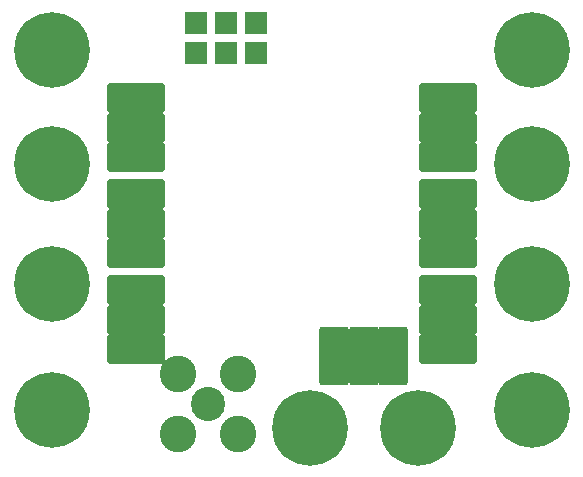
<source format=gbr>
%TF.GenerationSoftware,KiCad,Pcbnew,6.0.4-6f826c9f35~116~ubuntu20.04.1*%
%TF.CreationDate,2022-05-15T21:38:31+00:00*%
%TF.ProjectId,VLFANT01A,564c4641-4e54-4303-9141-2e6b69636164,rev?*%
%TF.SameCoordinates,Original*%
%TF.FileFunction,Soldermask,Top*%
%TF.FilePolarity,Negative*%
%FSLAX46Y46*%
G04 Gerber Fmt 4.6, Leading zero omitted, Abs format (unit mm)*
G04 Created by KiCad (PCBNEW 6.0.4-6f826c9f35~116~ubuntu20.04.1) date 2022-05-15 21:38:31*
%MOMM*%
%LPD*%
G01*
G04 APERTURE LIST*
G04 Aperture macros list*
%AMRoundRect*
0 Rectangle with rounded corners*
0 $1 Rounding radius*
0 $2 $3 $4 $5 $6 $7 $8 $9 X,Y pos of 4 corners*
0 Add a 4 corners polygon primitive as box body*
4,1,4,$2,$3,$4,$5,$6,$7,$8,$9,$2,$3,0*
0 Add four circle primitives for the rounded corners*
1,1,$1+$1,$2,$3*
1,1,$1+$1,$4,$5*
1,1,$1+$1,$6,$7*
1,1,$1+$1,$8,$9*
0 Add four rect primitives between the rounded corners*
20,1,$1+$1,$2,$3,$4,$5,0*
20,1,$1+$1,$4,$5,$6,$7,0*
20,1,$1+$1,$6,$7,$8,$9,0*
20,1,$1+$1,$8,$9,$2,$3,0*%
G04 Aperture macros list end*
%ADD10RoundRect,0.200000X-2.250000X1.050000X-2.250000X-1.050000X2.250000X-1.050000X2.250000X1.050000X0*%
%ADD11RoundRect,0.200000X2.250000X-1.050000X2.250000X1.050000X-2.250000X1.050000X-2.250000X-1.050000X0*%
%ADD12C,2.900000*%
%ADD13C,3.100000*%
%ADD14RoundRect,0.200000X-1.050000X-2.250000X1.050000X-2.250000X1.050000X2.250000X-1.050000X2.250000X0*%
%ADD15RoundRect,0.200000X0.762000X-0.762000X0.762000X0.762000X-0.762000X0.762000X-0.762000X-0.762000X0*%
%ADD16C,6.400000*%
G04 APERTURE END LIST*
D10*
%TO.C,J1*%
X12192000Y31456000D03*
X12192000Y28956000D03*
X12192000Y26456000D03*
%TD*%
D11*
%TO.C,J2*%
X12192000Y18328000D03*
X12192000Y20828000D03*
X12192000Y23328000D03*
%TD*%
%TO.C,J3*%
X12192000Y10200000D03*
X12192000Y12700000D03*
X12192000Y15200000D03*
%TD*%
D10*
%TO.C,J4*%
X38608000Y31456000D03*
X38608000Y28956000D03*
X38608000Y26456000D03*
%TD*%
%TO.C,J5*%
X38608000Y23328000D03*
X38608000Y20828000D03*
X38608000Y18328000D03*
%TD*%
%TO.C,J6*%
X38608000Y15200000D03*
X38608000Y12700000D03*
X38608000Y10200000D03*
%TD*%
D12*
%TO.C,J7*%
X18288000Y5588000D03*
D13*
X20828000Y3048000D03*
X20828000Y8128000D03*
X15748000Y8128000D03*
X15748000Y3048000D03*
%TD*%
D14*
%TO.C,J8*%
X28996000Y9652000D03*
X31496000Y9652000D03*
X33996000Y9652000D03*
%TD*%
D15*
%TO.C,J9*%
X17272000Y35306000D03*
X17272000Y37846000D03*
X19812000Y35306000D03*
X19812000Y37846000D03*
X22352000Y35306000D03*
X22352000Y37846000D03*
%TD*%
D16*
%TO.C,M1*%
X45720000Y35560000D03*
%TD*%
%TO.C,M2*%
X45720000Y5080000D03*
%TD*%
%TO.C,M3*%
X5080000Y35560000D03*
%TD*%
%TO.C,M4*%
X5080000Y5080000D03*
%TD*%
%TO.C,M5*%
X45720000Y25908000D03*
%TD*%
%TO.C,M6*%
X45720000Y15748000D03*
%TD*%
%TO.C,M7*%
X5080000Y25908000D03*
%TD*%
%TO.C,M8*%
X5080000Y15748000D03*
%TD*%
%TO.C,M9*%
X36068000Y3556000D03*
%TD*%
%TO.C,M10*%
X26924000Y3556000D03*
%TD*%
G36*
X14643902Y9432615D02*
G01*
X14662799Y9374456D01*
X14711748Y9338892D01*
X14772378Y9338892D01*
X14804588Y9356930D01*
X14806588Y9356904D01*
X14807565Y9355159D01*
X14806864Y9353664D01*
X14653403Y9222597D01*
X14643521Y9211027D01*
X14641636Y9210359D01*
X14640115Y9211658D01*
X14640000Y9212326D01*
X14640000Y9431997D01*
X14641000Y9433729D01*
X14643000Y9433729D01*
X14643902Y9432615D01*
G37*
M02*

</source>
